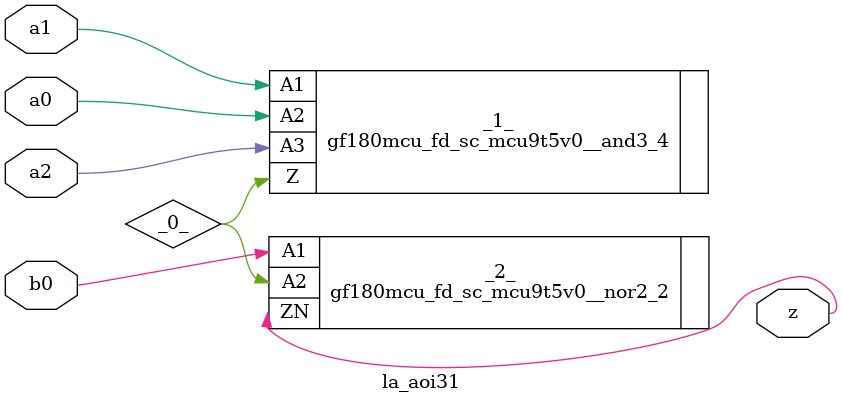
<source format=v>

/* Generated by Yosys 0.37 (git sha1 a5c7f69ed, clang 14.0.0-1ubuntu1.1 -fPIC -Os) */

module la_aoi31(a0, a1, a2, b0, z);
  wire _0_;
  input a0;
  wire a0;
  input a1;
  wire a1;
  input a2;
  wire a2;
  input b0;
  wire b0;
  output z;
  wire z;
  gf180mcu_fd_sc_mcu9t5v0__and3_4 _1_ (
    .A1(a1),
    .A2(a0),
    .A3(a2),
    .Z(_0_)
  );
  gf180mcu_fd_sc_mcu9t5v0__nor2_2 _2_ (
    .A1(b0),
    .A2(_0_),
    .ZN(z)
  );
endmodule

</source>
